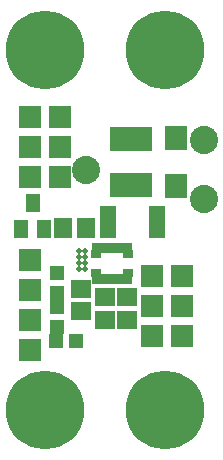
<source format=gbr>
G75*
G70*
%OFA0B0*%
%FSLAX24Y24*%
%IPPOS*%
%LPD*%
%AMOC8*
5,1,8,0,0,1.08239X$1,22.5*
%
%ADD10C,0.0198*%
%ADD11R,0.1379X0.0332*%
%ADD12R,0.0332X0.0281*%
%ADD13R,0.0592X0.0671*%
%ADD14R,0.0671X0.0592*%
%ADD15R,0.0474X0.0513*%
%ADD16R,0.0513X0.0474*%
%ADD17R,0.0730X0.0730*%
%ADD18R,0.0580X0.1080*%
%ADD19R,0.0474X0.0631*%
%ADD20R,0.1419X0.0828*%
%ADD21R,0.0749X0.0789*%
%ADD22C,0.2620*%
%ADD23C,0.0940*%
D10*
X003202Y010698D03*
X003398Y010698D03*
X003398Y010895D03*
X003202Y010895D03*
X003202Y011092D03*
X003398Y011092D03*
X003398Y011289D03*
X003202Y011289D03*
D11*
X004300Y011392D03*
X004300Y010345D03*
D12*
X003776Y010567D03*
X003776Y011169D03*
X004824Y011169D03*
X004824Y010567D03*
D13*
X003424Y012043D03*
X002676Y012043D03*
D14*
X003250Y010017D03*
X003250Y009269D03*
X004050Y008994D03*
X004050Y009742D03*
X004800Y009742D03*
X004800Y008994D03*
D15*
X003110Y008268D03*
X002440Y008268D03*
D16*
X002475Y008759D03*
X002475Y009428D03*
X002475Y009884D03*
X002475Y010553D03*
D17*
X001575Y010993D03*
X001575Y009993D03*
X001575Y008993D03*
X001575Y007993D03*
X001550Y013743D03*
X001550Y014743D03*
X001550Y015743D03*
X002550Y015743D03*
X002550Y014743D03*
X002550Y013743D03*
X005625Y010443D03*
X005625Y009443D03*
X005625Y008443D03*
X006625Y008443D03*
X006625Y009443D03*
X006625Y010443D03*
D18*
X005800Y012243D03*
X004175Y012243D03*
D19*
X002024Y012010D03*
X001650Y012876D03*
X001276Y012010D03*
D20*
X004925Y013476D03*
X004925Y015011D03*
D21*
X006425Y015050D03*
X006425Y013436D03*
D22*
X002050Y005993D03*
X006050Y005993D03*
X006050Y017993D03*
X002050Y017993D03*
D23*
X003431Y013993D03*
X007369Y013009D03*
X007369Y014978D03*
M02*

</source>
